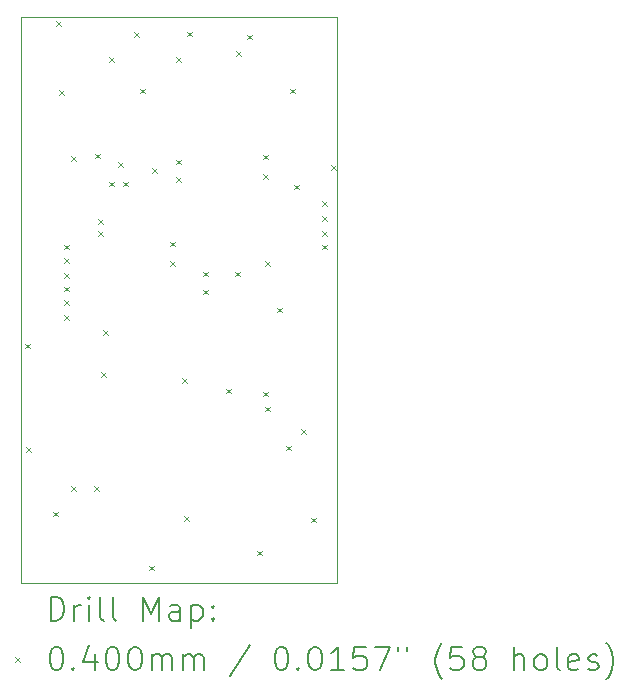
<source format=gbr>
%TF.GenerationSoftware,KiCad,Pcbnew,7.0.8*%
%TF.CreationDate,2023-10-19T11:53:00-06:00*%
%TF.ProjectId,air_station_1v5,6169725f-7374-4617-9469-6f6e5f317635,rev?*%
%TF.SameCoordinates,Original*%
%TF.FileFunction,Drillmap*%
%TF.FilePolarity,Positive*%
%FSLAX45Y45*%
G04 Gerber Fmt 4.5, Leading zero omitted, Abs format (unit mm)*
G04 Created by KiCad (PCBNEW 7.0.8) date 2023-10-19 11:53:00*
%MOMM*%
%LPD*%
G01*
G04 APERTURE LIST*
%ADD10C,0.100000*%
%ADD11C,0.200000*%
%ADD12C,0.040000*%
G04 APERTURE END LIST*
D10*
X7589500Y-5266328D02*
X10272500Y-5266328D01*
X10272500Y-10060000D01*
X7589500Y-10060000D01*
X7589500Y-5266328D01*
D11*
D12*
X7629750Y-8031800D02*
X7669750Y-8071800D01*
X7669750Y-8031800D02*
X7629750Y-8071800D01*
X7638100Y-8908100D02*
X7678100Y-8948100D01*
X7678100Y-8908100D02*
X7638100Y-8948100D01*
X7866700Y-9454200D02*
X7906700Y-9494200D01*
X7906700Y-9454200D02*
X7866700Y-9494200D01*
X7892100Y-5301300D02*
X7932100Y-5341300D01*
X7932100Y-5301300D02*
X7892100Y-5341300D01*
X7913750Y-5885500D02*
X7953750Y-5925500D01*
X7953750Y-5885500D02*
X7913750Y-5925500D01*
X7955600Y-7193600D02*
X7995600Y-7233600D01*
X7995600Y-7193600D02*
X7955600Y-7233600D01*
X7955600Y-7307900D02*
X7995600Y-7347900D01*
X7995600Y-7307900D02*
X7955600Y-7347900D01*
X7955600Y-7434900D02*
X7995600Y-7474900D01*
X7995600Y-7434900D02*
X7955600Y-7474900D01*
X7955600Y-7549200D02*
X7995600Y-7589200D01*
X7995600Y-7549200D02*
X7955600Y-7589200D01*
X7955600Y-7663500D02*
X7995600Y-7703500D01*
X7995600Y-7663500D02*
X7955600Y-7703500D01*
X7955600Y-7790500D02*
X7995600Y-7830500D01*
X7995600Y-7790500D02*
X7955600Y-7830500D01*
X8019100Y-6444300D02*
X8059100Y-6484300D01*
X8059100Y-6444300D02*
X8019100Y-6484300D01*
X8019100Y-9238300D02*
X8059100Y-9278300D01*
X8059100Y-9238300D02*
X8019100Y-9278300D01*
X8209600Y-9238300D02*
X8249600Y-9278300D01*
X8249600Y-9238300D02*
X8209600Y-9278300D01*
X8222300Y-6422650D02*
X8262300Y-6462650D01*
X8262300Y-6422650D02*
X8222300Y-6462650D01*
X8247700Y-7079300D02*
X8287700Y-7119300D01*
X8287700Y-7079300D02*
X8247700Y-7119300D01*
X8249294Y-6976701D02*
X8289294Y-7016701D01*
X8289294Y-6976701D02*
X8249294Y-7016701D01*
X8273100Y-8273100D02*
X8313100Y-8313100D01*
X8313100Y-8273100D02*
X8273100Y-8313100D01*
X8285800Y-7917500D02*
X8325800Y-7957500D01*
X8325800Y-7917500D02*
X8285800Y-7957500D01*
X8336600Y-5606050D02*
X8376600Y-5646050D01*
X8376600Y-5606050D02*
X8336600Y-5646050D01*
X8340000Y-6660200D02*
X8380000Y-6700200D01*
X8380000Y-6660200D02*
X8340000Y-6700200D01*
X8412800Y-6495050D02*
X8452800Y-6535050D01*
X8452800Y-6495050D02*
X8412800Y-6535050D01*
X8460000Y-6660200D02*
X8500000Y-6700200D01*
X8500000Y-6660200D02*
X8460000Y-6700200D01*
X8552500Y-5393350D02*
X8592500Y-5433350D01*
X8592500Y-5393350D02*
X8552500Y-5433350D01*
X8603300Y-5872800D02*
X8643300Y-5912800D01*
X8643300Y-5872800D02*
X8603300Y-5912800D01*
X8679500Y-9911400D02*
X8719500Y-9951400D01*
X8719500Y-9911400D02*
X8679500Y-9951400D01*
X8704900Y-6545900D02*
X8744900Y-6585900D01*
X8744900Y-6545900D02*
X8704900Y-6585900D01*
X8857300Y-7168200D02*
X8897300Y-7208200D01*
X8897300Y-7168200D02*
X8857300Y-7208200D01*
X8857300Y-7333300D02*
X8897300Y-7373300D01*
X8897300Y-7333300D02*
X8857300Y-7373300D01*
X8908100Y-5606100D02*
X8948100Y-5646100D01*
X8948100Y-5606100D02*
X8908100Y-5646100D01*
X8908100Y-6473450D02*
X8948100Y-6513450D01*
X8948100Y-6473450D02*
X8908100Y-6513450D01*
X8908100Y-6622100D02*
X8948100Y-6662100D01*
X8948100Y-6622100D02*
X8908100Y-6662100D01*
X8958900Y-8323900D02*
X8998900Y-8363900D01*
X8998900Y-8323900D02*
X8958900Y-8363900D01*
X8971600Y-9492300D02*
X9011600Y-9532300D01*
X9011600Y-9492300D02*
X8971600Y-9532300D01*
X8997000Y-5390200D02*
X9037000Y-5430200D01*
X9037000Y-5390200D02*
X8997000Y-5430200D01*
X9136700Y-7422200D02*
X9176700Y-7462200D01*
X9176700Y-7422200D02*
X9136700Y-7462200D01*
X9136700Y-7574600D02*
X9176700Y-7614600D01*
X9176700Y-7574600D02*
X9136700Y-7614600D01*
X9327200Y-8412800D02*
X9367200Y-8452800D01*
X9367200Y-8412800D02*
X9327200Y-8452800D01*
X9403400Y-7422200D02*
X9443400Y-7462200D01*
X9443400Y-7422200D02*
X9403400Y-7462200D01*
X9416100Y-5555300D02*
X9456100Y-5595300D01*
X9456100Y-5555300D02*
X9416100Y-5595300D01*
X9505000Y-5415600D02*
X9545000Y-5455600D01*
X9545000Y-5415600D02*
X9505000Y-5455600D01*
X9593900Y-9784400D02*
X9633900Y-9824400D01*
X9633900Y-9784400D02*
X9593900Y-9824400D01*
X9644700Y-6431600D02*
X9684700Y-6471600D01*
X9684700Y-6431600D02*
X9644700Y-6471600D01*
X9644700Y-6596700D02*
X9684700Y-6636700D01*
X9684700Y-6596700D02*
X9644700Y-6636700D01*
X9644700Y-8438200D02*
X9684700Y-8478200D01*
X9684700Y-8438200D02*
X9644700Y-8478200D01*
X9657400Y-7333300D02*
X9697400Y-7373300D01*
X9697400Y-7333300D02*
X9657400Y-7373300D01*
X9657400Y-8565200D02*
X9697400Y-8605200D01*
X9697400Y-8565200D02*
X9657400Y-8605200D01*
X9759000Y-7727000D02*
X9799000Y-7767000D01*
X9799000Y-7727000D02*
X9759000Y-7767000D01*
X9835200Y-8895400D02*
X9875200Y-8935400D01*
X9875200Y-8895400D02*
X9835200Y-8935400D01*
X9873300Y-5872800D02*
X9913300Y-5912800D01*
X9913300Y-5872800D02*
X9873300Y-5912800D01*
X9907488Y-6685600D02*
X9947488Y-6725600D01*
X9947488Y-6685600D02*
X9907488Y-6725600D01*
X9962200Y-8755700D02*
X10002200Y-8795700D01*
X10002200Y-8755700D02*
X9962200Y-8795700D01*
X10047350Y-9505000D02*
X10087350Y-9545000D01*
X10087350Y-9505000D02*
X10047350Y-9545000D01*
X10140000Y-6825300D02*
X10180000Y-6865300D01*
X10180000Y-6825300D02*
X10140000Y-6865300D01*
X10140000Y-6952300D02*
X10180000Y-6992300D01*
X10180000Y-6952300D02*
X10140000Y-6992300D01*
X10140000Y-7079300D02*
X10180000Y-7119300D01*
X10180000Y-7079300D02*
X10140000Y-7119300D01*
X10140000Y-7193600D02*
X10180000Y-7233600D01*
X10180000Y-7193600D02*
X10140000Y-7233600D01*
X10216200Y-6520500D02*
X10256200Y-6560500D01*
X10256200Y-6520500D02*
X10216200Y-6560500D01*
D11*
X7845277Y-10376484D02*
X7845277Y-10176484D01*
X7845277Y-10176484D02*
X7892896Y-10176484D01*
X7892896Y-10176484D02*
X7921467Y-10186008D01*
X7921467Y-10186008D02*
X7940515Y-10205055D01*
X7940515Y-10205055D02*
X7950039Y-10224103D01*
X7950039Y-10224103D02*
X7959562Y-10262198D01*
X7959562Y-10262198D02*
X7959562Y-10290770D01*
X7959562Y-10290770D02*
X7950039Y-10328865D01*
X7950039Y-10328865D02*
X7940515Y-10347912D01*
X7940515Y-10347912D02*
X7921467Y-10366960D01*
X7921467Y-10366960D02*
X7892896Y-10376484D01*
X7892896Y-10376484D02*
X7845277Y-10376484D01*
X8045277Y-10376484D02*
X8045277Y-10243150D01*
X8045277Y-10281246D02*
X8054801Y-10262198D01*
X8054801Y-10262198D02*
X8064324Y-10252674D01*
X8064324Y-10252674D02*
X8083372Y-10243150D01*
X8083372Y-10243150D02*
X8102420Y-10243150D01*
X8169086Y-10376484D02*
X8169086Y-10243150D01*
X8169086Y-10176484D02*
X8159562Y-10186008D01*
X8159562Y-10186008D02*
X8169086Y-10195531D01*
X8169086Y-10195531D02*
X8178610Y-10186008D01*
X8178610Y-10186008D02*
X8169086Y-10176484D01*
X8169086Y-10176484D02*
X8169086Y-10195531D01*
X8292896Y-10376484D02*
X8273848Y-10366960D01*
X8273848Y-10366960D02*
X8264324Y-10347912D01*
X8264324Y-10347912D02*
X8264324Y-10176484D01*
X8397658Y-10376484D02*
X8378610Y-10366960D01*
X8378610Y-10366960D02*
X8369086Y-10347912D01*
X8369086Y-10347912D02*
X8369086Y-10176484D01*
X8626229Y-10376484D02*
X8626229Y-10176484D01*
X8626229Y-10176484D02*
X8692896Y-10319341D01*
X8692896Y-10319341D02*
X8759563Y-10176484D01*
X8759563Y-10176484D02*
X8759563Y-10376484D01*
X8940515Y-10376484D02*
X8940515Y-10271722D01*
X8940515Y-10271722D02*
X8930991Y-10252674D01*
X8930991Y-10252674D02*
X8911944Y-10243150D01*
X8911944Y-10243150D02*
X8873848Y-10243150D01*
X8873848Y-10243150D02*
X8854801Y-10252674D01*
X8940515Y-10366960D02*
X8921467Y-10376484D01*
X8921467Y-10376484D02*
X8873848Y-10376484D01*
X8873848Y-10376484D02*
X8854801Y-10366960D01*
X8854801Y-10366960D02*
X8845277Y-10347912D01*
X8845277Y-10347912D02*
X8845277Y-10328865D01*
X8845277Y-10328865D02*
X8854801Y-10309817D01*
X8854801Y-10309817D02*
X8873848Y-10300293D01*
X8873848Y-10300293D02*
X8921467Y-10300293D01*
X8921467Y-10300293D02*
X8940515Y-10290770D01*
X9035753Y-10243150D02*
X9035753Y-10443150D01*
X9035753Y-10252674D02*
X9054801Y-10243150D01*
X9054801Y-10243150D02*
X9092896Y-10243150D01*
X9092896Y-10243150D02*
X9111944Y-10252674D01*
X9111944Y-10252674D02*
X9121467Y-10262198D01*
X9121467Y-10262198D02*
X9130991Y-10281246D01*
X9130991Y-10281246D02*
X9130991Y-10338389D01*
X9130991Y-10338389D02*
X9121467Y-10357436D01*
X9121467Y-10357436D02*
X9111944Y-10366960D01*
X9111944Y-10366960D02*
X9092896Y-10376484D01*
X9092896Y-10376484D02*
X9054801Y-10376484D01*
X9054801Y-10376484D02*
X9035753Y-10366960D01*
X9216705Y-10357436D02*
X9226229Y-10366960D01*
X9226229Y-10366960D02*
X9216705Y-10376484D01*
X9216705Y-10376484D02*
X9207182Y-10366960D01*
X9207182Y-10366960D02*
X9216705Y-10357436D01*
X9216705Y-10357436D02*
X9216705Y-10376484D01*
X9216705Y-10252674D02*
X9226229Y-10262198D01*
X9226229Y-10262198D02*
X9216705Y-10271722D01*
X9216705Y-10271722D02*
X9207182Y-10262198D01*
X9207182Y-10262198D02*
X9216705Y-10252674D01*
X9216705Y-10252674D02*
X9216705Y-10271722D01*
D12*
X7544500Y-10685000D02*
X7584500Y-10725000D01*
X7584500Y-10685000D02*
X7544500Y-10725000D01*
D11*
X7883372Y-10596484D02*
X7902420Y-10596484D01*
X7902420Y-10596484D02*
X7921467Y-10606008D01*
X7921467Y-10606008D02*
X7930991Y-10615531D01*
X7930991Y-10615531D02*
X7940515Y-10634579D01*
X7940515Y-10634579D02*
X7950039Y-10672674D01*
X7950039Y-10672674D02*
X7950039Y-10720293D01*
X7950039Y-10720293D02*
X7940515Y-10758389D01*
X7940515Y-10758389D02*
X7930991Y-10777436D01*
X7930991Y-10777436D02*
X7921467Y-10786960D01*
X7921467Y-10786960D02*
X7902420Y-10796484D01*
X7902420Y-10796484D02*
X7883372Y-10796484D01*
X7883372Y-10796484D02*
X7864324Y-10786960D01*
X7864324Y-10786960D02*
X7854801Y-10777436D01*
X7854801Y-10777436D02*
X7845277Y-10758389D01*
X7845277Y-10758389D02*
X7835753Y-10720293D01*
X7835753Y-10720293D02*
X7835753Y-10672674D01*
X7835753Y-10672674D02*
X7845277Y-10634579D01*
X7845277Y-10634579D02*
X7854801Y-10615531D01*
X7854801Y-10615531D02*
X7864324Y-10606008D01*
X7864324Y-10606008D02*
X7883372Y-10596484D01*
X8035753Y-10777436D02*
X8045277Y-10786960D01*
X8045277Y-10786960D02*
X8035753Y-10796484D01*
X8035753Y-10796484D02*
X8026229Y-10786960D01*
X8026229Y-10786960D02*
X8035753Y-10777436D01*
X8035753Y-10777436D02*
X8035753Y-10796484D01*
X8216705Y-10663150D02*
X8216705Y-10796484D01*
X8169086Y-10586960D02*
X8121467Y-10729817D01*
X8121467Y-10729817D02*
X8245277Y-10729817D01*
X8359562Y-10596484D02*
X8378610Y-10596484D01*
X8378610Y-10596484D02*
X8397658Y-10606008D01*
X8397658Y-10606008D02*
X8407182Y-10615531D01*
X8407182Y-10615531D02*
X8416705Y-10634579D01*
X8416705Y-10634579D02*
X8426229Y-10672674D01*
X8426229Y-10672674D02*
X8426229Y-10720293D01*
X8426229Y-10720293D02*
X8416705Y-10758389D01*
X8416705Y-10758389D02*
X8407182Y-10777436D01*
X8407182Y-10777436D02*
X8397658Y-10786960D01*
X8397658Y-10786960D02*
X8378610Y-10796484D01*
X8378610Y-10796484D02*
X8359562Y-10796484D01*
X8359562Y-10796484D02*
X8340515Y-10786960D01*
X8340515Y-10786960D02*
X8330991Y-10777436D01*
X8330991Y-10777436D02*
X8321467Y-10758389D01*
X8321467Y-10758389D02*
X8311943Y-10720293D01*
X8311943Y-10720293D02*
X8311943Y-10672674D01*
X8311943Y-10672674D02*
X8321467Y-10634579D01*
X8321467Y-10634579D02*
X8330991Y-10615531D01*
X8330991Y-10615531D02*
X8340515Y-10606008D01*
X8340515Y-10606008D02*
X8359562Y-10596484D01*
X8550039Y-10596484D02*
X8569086Y-10596484D01*
X8569086Y-10596484D02*
X8588134Y-10606008D01*
X8588134Y-10606008D02*
X8597658Y-10615531D01*
X8597658Y-10615531D02*
X8607182Y-10634579D01*
X8607182Y-10634579D02*
X8616705Y-10672674D01*
X8616705Y-10672674D02*
X8616705Y-10720293D01*
X8616705Y-10720293D02*
X8607182Y-10758389D01*
X8607182Y-10758389D02*
X8597658Y-10777436D01*
X8597658Y-10777436D02*
X8588134Y-10786960D01*
X8588134Y-10786960D02*
X8569086Y-10796484D01*
X8569086Y-10796484D02*
X8550039Y-10796484D01*
X8550039Y-10796484D02*
X8530991Y-10786960D01*
X8530991Y-10786960D02*
X8521467Y-10777436D01*
X8521467Y-10777436D02*
X8511944Y-10758389D01*
X8511944Y-10758389D02*
X8502420Y-10720293D01*
X8502420Y-10720293D02*
X8502420Y-10672674D01*
X8502420Y-10672674D02*
X8511944Y-10634579D01*
X8511944Y-10634579D02*
X8521467Y-10615531D01*
X8521467Y-10615531D02*
X8530991Y-10606008D01*
X8530991Y-10606008D02*
X8550039Y-10596484D01*
X8702420Y-10796484D02*
X8702420Y-10663150D01*
X8702420Y-10682198D02*
X8711944Y-10672674D01*
X8711944Y-10672674D02*
X8730991Y-10663150D01*
X8730991Y-10663150D02*
X8759563Y-10663150D01*
X8759563Y-10663150D02*
X8778610Y-10672674D01*
X8778610Y-10672674D02*
X8788134Y-10691722D01*
X8788134Y-10691722D02*
X8788134Y-10796484D01*
X8788134Y-10691722D02*
X8797658Y-10672674D01*
X8797658Y-10672674D02*
X8816705Y-10663150D01*
X8816705Y-10663150D02*
X8845277Y-10663150D01*
X8845277Y-10663150D02*
X8864325Y-10672674D01*
X8864325Y-10672674D02*
X8873848Y-10691722D01*
X8873848Y-10691722D02*
X8873848Y-10796484D01*
X8969086Y-10796484D02*
X8969086Y-10663150D01*
X8969086Y-10682198D02*
X8978610Y-10672674D01*
X8978610Y-10672674D02*
X8997658Y-10663150D01*
X8997658Y-10663150D02*
X9026229Y-10663150D01*
X9026229Y-10663150D02*
X9045277Y-10672674D01*
X9045277Y-10672674D02*
X9054801Y-10691722D01*
X9054801Y-10691722D02*
X9054801Y-10796484D01*
X9054801Y-10691722D02*
X9064325Y-10672674D01*
X9064325Y-10672674D02*
X9083372Y-10663150D01*
X9083372Y-10663150D02*
X9111944Y-10663150D01*
X9111944Y-10663150D02*
X9130991Y-10672674D01*
X9130991Y-10672674D02*
X9140515Y-10691722D01*
X9140515Y-10691722D02*
X9140515Y-10796484D01*
X9530991Y-10586960D02*
X9359563Y-10844103D01*
X9788134Y-10596484D02*
X9807182Y-10596484D01*
X9807182Y-10596484D02*
X9826229Y-10606008D01*
X9826229Y-10606008D02*
X9835753Y-10615531D01*
X9835753Y-10615531D02*
X9845277Y-10634579D01*
X9845277Y-10634579D02*
X9854801Y-10672674D01*
X9854801Y-10672674D02*
X9854801Y-10720293D01*
X9854801Y-10720293D02*
X9845277Y-10758389D01*
X9845277Y-10758389D02*
X9835753Y-10777436D01*
X9835753Y-10777436D02*
X9826229Y-10786960D01*
X9826229Y-10786960D02*
X9807182Y-10796484D01*
X9807182Y-10796484D02*
X9788134Y-10796484D01*
X9788134Y-10796484D02*
X9769087Y-10786960D01*
X9769087Y-10786960D02*
X9759563Y-10777436D01*
X9759563Y-10777436D02*
X9750039Y-10758389D01*
X9750039Y-10758389D02*
X9740515Y-10720293D01*
X9740515Y-10720293D02*
X9740515Y-10672674D01*
X9740515Y-10672674D02*
X9750039Y-10634579D01*
X9750039Y-10634579D02*
X9759563Y-10615531D01*
X9759563Y-10615531D02*
X9769087Y-10606008D01*
X9769087Y-10606008D02*
X9788134Y-10596484D01*
X9940515Y-10777436D02*
X9950039Y-10786960D01*
X9950039Y-10786960D02*
X9940515Y-10796484D01*
X9940515Y-10796484D02*
X9930991Y-10786960D01*
X9930991Y-10786960D02*
X9940515Y-10777436D01*
X9940515Y-10777436D02*
X9940515Y-10796484D01*
X10073848Y-10596484D02*
X10092896Y-10596484D01*
X10092896Y-10596484D02*
X10111944Y-10606008D01*
X10111944Y-10606008D02*
X10121468Y-10615531D01*
X10121468Y-10615531D02*
X10130991Y-10634579D01*
X10130991Y-10634579D02*
X10140515Y-10672674D01*
X10140515Y-10672674D02*
X10140515Y-10720293D01*
X10140515Y-10720293D02*
X10130991Y-10758389D01*
X10130991Y-10758389D02*
X10121468Y-10777436D01*
X10121468Y-10777436D02*
X10111944Y-10786960D01*
X10111944Y-10786960D02*
X10092896Y-10796484D01*
X10092896Y-10796484D02*
X10073848Y-10796484D01*
X10073848Y-10796484D02*
X10054801Y-10786960D01*
X10054801Y-10786960D02*
X10045277Y-10777436D01*
X10045277Y-10777436D02*
X10035753Y-10758389D01*
X10035753Y-10758389D02*
X10026229Y-10720293D01*
X10026229Y-10720293D02*
X10026229Y-10672674D01*
X10026229Y-10672674D02*
X10035753Y-10634579D01*
X10035753Y-10634579D02*
X10045277Y-10615531D01*
X10045277Y-10615531D02*
X10054801Y-10606008D01*
X10054801Y-10606008D02*
X10073848Y-10596484D01*
X10330991Y-10796484D02*
X10216706Y-10796484D01*
X10273848Y-10796484D02*
X10273848Y-10596484D01*
X10273848Y-10596484D02*
X10254801Y-10625055D01*
X10254801Y-10625055D02*
X10235753Y-10644103D01*
X10235753Y-10644103D02*
X10216706Y-10653627D01*
X10511944Y-10596484D02*
X10416706Y-10596484D01*
X10416706Y-10596484D02*
X10407182Y-10691722D01*
X10407182Y-10691722D02*
X10416706Y-10682198D01*
X10416706Y-10682198D02*
X10435753Y-10672674D01*
X10435753Y-10672674D02*
X10483372Y-10672674D01*
X10483372Y-10672674D02*
X10502420Y-10682198D01*
X10502420Y-10682198D02*
X10511944Y-10691722D01*
X10511944Y-10691722D02*
X10521468Y-10710770D01*
X10521468Y-10710770D02*
X10521468Y-10758389D01*
X10521468Y-10758389D02*
X10511944Y-10777436D01*
X10511944Y-10777436D02*
X10502420Y-10786960D01*
X10502420Y-10786960D02*
X10483372Y-10796484D01*
X10483372Y-10796484D02*
X10435753Y-10796484D01*
X10435753Y-10796484D02*
X10416706Y-10786960D01*
X10416706Y-10786960D02*
X10407182Y-10777436D01*
X10588134Y-10596484D02*
X10721468Y-10596484D01*
X10721468Y-10596484D02*
X10635753Y-10796484D01*
X10788134Y-10596484D02*
X10788134Y-10634579D01*
X10864325Y-10596484D02*
X10864325Y-10634579D01*
X11159563Y-10872674D02*
X11150039Y-10863150D01*
X11150039Y-10863150D02*
X11130991Y-10834579D01*
X11130991Y-10834579D02*
X11121468Y-10815531D01*
X11121468Y-10815531D02*
X11111944Y-10786960D01*
X11111944Y-10786960D02*
X11102420Y-10739341D01*
X11102420Y-10739341D02*
X11102420Y-10701246D01*
X11102420Y-10701246D02*
X11111944Y-10653627D01*
X11111944Y-10653627D02*
X11121468Y-10625055D01*
X11121468Y-10625055D02*
X11130991Y-10606008D01*
X11130991Y-10606008D02*
X11150039Y-10577436D01*
X11150039Y-10577436D02*
X11159563Y-10567912D01*
X11330991Y-10596484D02*
X11235753Y-10596484D01*
X11235753Y-10596484D02*
X11226229Y-10691722D01*
X11226229Y-10691722D02*
X11235753Y-10682198D01*
X11235753Y-10682198D02*
X11254801Y-10672674D01*
X11254801Y-10672674D02*
X11302420Y-10672674D01*
X11302420Y-10672674D02*
X11321468Y-10682198D01*
X11321468Y-10682198D02*
X11330991Y-10691722D01*
X11330991Y-10691722D02*
X11340515Y-10710770D01*
X11340515Y-10710770D02*
X11340515Y-10758389D01*
X11340515Y-10758389D02*
X11330991Y-10777436D01*
X11330991Y-10777436D02*
X11321468Y-10786960D01*
X11321468Y-10786960D02*
X11302420Y-10796484D01*
X11302420Y-10796484D02*
X11254801Y-10796484D01*
X11254801Y-10796484D02*
X11235753Y-10786960D01*
X11235753Y-10786960D02*
X11226229Y-10777436D01*
X11454801Y-10682198D02*
X11435753Y-10672674D01*
X11435753Y-10672674D02*
X11426229Y-10663150D01*
X11426229Y-10663150D02*
X11416706Y-10644103D01*
X11416706Y-10644103D02*
X11416706Y-10634579D01*
X11416706Y-10634579D02*
X11426229Y-10615531D01*
X11426229Y-10615531D02*
X11435753Y-10606008D01*
X11435753Y-10606008D02*
X11454801Y-10596484D01*
X11454801Y-10596484D02*
X11492896Y-10596484D01*
X11492896Y-10596484D02*
X11511944Y-10606008D01*
X11511944Y-10606008D02*
X11521468Y-10615531D01*
X11521468Y-10615531D02*
X11530991Y-10634579D01*
X11530991Y-10634579D02*
X11530991Y-10644103D01*
X11530991Y-10644103D02*
X11521468Y-10663150D01*
X11521468Y-10663150D02*
X11511944Y-10672674D01*
X11511944Y-10672674D02*
X11492896Y-10682198D01*
X11492896Y-10682198D02*
X11454801Y-10682198D01*
X11454801Y-10682198D02*
X11435753Y-10691722D01*
X11435753Y-10691722D02*
X11426229Y-10701246D01*
X11426229Y-10701246D02*
X11416706Y-10720293D01*
X11416706Y-10720293D02*
X11416706Y-10758389D01*
X11416706Y-10758389D02*
X11426229Y-10777436D01*
X11426229Y-10777436D02*
X11435753Y-10786960D01*
X11435753Y-10786960D02*
X11454801Y-10796484D01*
X11454801Y-10796484D02*
X11492896Y-10796484D01*
X11492896Y-10796484D02*
X11511944Y-10786960D01*
X11511944Y-10786960D02*
X11521468Y-10777436D01*
X11521468Y-10777436D02*
X11530991Y-10758389D01*
X11530991Y-10758389D02*
X11530991Y-10720293D01*
X11530991Y-10720293D02*
X11521468Y-10701246D01*
X11521468Y-10701246D02*
X11511944Y-10691722D01*
X11511944Y-10691722D02*
X11492896Y-10682198D01*
X11769087Y-10796484D02*
X11769087Y-10596484D01*
X11854801Y-10796484D02*
X11854801Y-10691722D01*
X11854801Y-10691722D02*
X11845277Y-10672674D01*
X11845277Y-10672674D02*
X11826230Y-10663150D01*
X11826230Y-10663150D02*
X11797658Y-10663150D01*
X11797658Y-10663150D02*
X11778610Y-10672674D01*
X11778610Y-10672674D02*
X11769087Y-10682198D01*
X11978610Y-10796484D02*
X11959563Y-10786960D01*
X11959563Y-10786960D02*
X11950039Y-10777436D01*
X11950039Y-10777436D02*
X11940515Y-10758389D01*
X11940515Y-10758389D02*
X11940515Y-10701246D01*
X11940515Y-10701246D02*
X11950039Y-10682198D01*
X11950039Y-10682198D02*
X11959563Y-10672674D01*
X11959563Y-10672674D02*
X11978610Y-10663150D01*
X11978610Y-10663150D02*
X12007182Y-10663150D01*
X12007182Y-10663150D02*
X12026230Y-10672674D01*
X12026230Y-10672674D02*
X12035753Y-10682198D01*
X12035753Y-10682198D02*
X12045277Y-10701246D01*
X12045277Y-10701246D02*
X12045277Y-10758389D01*
X12045277Y-10758389D02*
X12035753Y-10777436D01*
X12035753Y-10777436D02*
X12026230Y-10786960D01*
X12026230Y-10786960D02*
X12007182Y-10796484D01*
X12007182Y-10796484D02*
X11978610Y-10796484D01*
X12159563Y-10796484D02*
X12140515Y-10786960D01*
X12140515Y-10786960D02*
X12130991Y-10767912D01*
X12130991Y-10767912D02*
X12130991Y-10596484D01*
X12311944Y-10786960D02*
X12292896Y-10796484D01*
X12292896Y-10796484D02*
X12254801Y-10796484D01*
X12254801Y-10796484D02*
X12235753Y-10786960D01*
X12235753Y-10786960D02*
X12226230Y-10767912D01*
X12226230Y-10767912D02*
X12226230Y-10691722D01*
X12226230Y-10691722D02*
X12235753Y-10672674D01*
X12235753Y-10672674D02*
X12254801Y-10663150D01*
X12254801Y-10663150D02*
X12292896Y-10663150D01*
X12292896Y-10663150D02*
X12311944Y-10672674D01*
X12311944Y-10672674D02*
X12321468Y-10691722D01*
X12321468Y-10691722D02*
X12321468Y-10710770D01*
X12321468Y-10710770D02*
X12226230Y-10729817D01*
X12397658Y-10786960D02*
X12416706Y-10796484D01*
X12416706Y-10796484D02*
X12454801Y-10796484D01*
X12454801Y-10796484D02*
X12473849Y-10786960D01*
X12473849Y-10786960D02*
X12483372Y-10767912D01*
X12483372Y-10767912D02*
X12483372Y-10758389D01*
X12483372Y-10758389D02*
X12473849Y-10739341D01*
X12473849Y-10739341D02*
X12454801Y-10729817D01*
X12454801Y-10729817D02*
X12426230Y-10729817D01*
X12426230Y-10729817D02*
X12407182Y-10720293D01*
X12407182Y-10720293D02*
X12397658Y-10701246D01*
X12397658Y-10701246D02*
X12397658Y-10691722D01*
X12397658Y-10691722D02*
X12407182Y-10672674D01*
X12407182Y-10672674D02*
X12426230Y-10663150D01*
X12426230Y-10663150D02*
X12454801Y-10663150D01*
X12454801Y-10663150D02*
X12473849Y-10672674D01*
X12550039Y-10872674D02*
X12559563Y-10863150D01*
X12559563Y-10863150D02*
X12578611Y-10834579D01*
X12578611Y-10834579D02*
X12588134Y-10815531D01*
X12588134Y-10815531D02*
X12597658Y-10786960D01*
X12597658Y-10786960D02*
X12607182Y-10739341D01*
X12607182Y-10739341D02*
X12607182Y-10701246D01*
X12607182Y-10701246D02*
X12597658Y-10653627D01*
X12597658Y-10653627D02*
X12588134Y-10625055D01*
X12588134Y-10625055D02*
X12578611Y-10606008D01*
X12578611Y-10606008D02*
X12559563Y-10577436D01*
X12559563Y-10577436D02*
X12550039Y-10567912D01*
M02*

</source>
